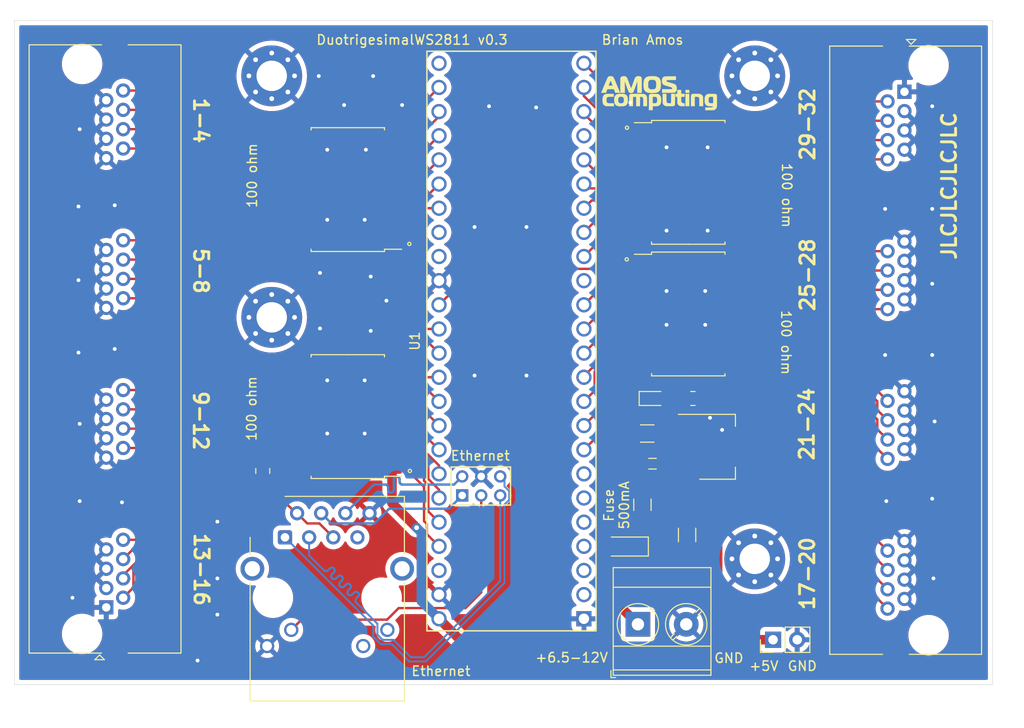
<source format=kicad_pcb>
(kicad_pcb (version 20211014) (generator pcbnew)
  (title_block (date "2022-01-08"))
  (layers (0 "F.Cu" signal) (31 "B.Cu" signal) (34 "B.Paste" user) (35 "F.Paste" user) (36 "B.SilkS" user "B.Silkscreen") (37 "F.SilkS" user "F.Silkscreen") (38 "B.Mask" user) (39 "F.Mask" user) (44 "Edge.Cuts" user))
  (net 0 "")
  (net 1 "ETH_GND")
  (net 2 "Net-(C1-Pad1)")
  (net 3 "+5V")
  (net 4 "VCC")
  (net 5 "Net-(D1-Pad1)")
  (net 6 "Net-(D2-Pad1)")
  (net 7 "Net-(F1-Pad2)")
  (net 8 "L_18")
  (net 9 "L_16")
  (net 10 "L_17")
  (net 11 "L_15")
  (net 12 "L_11")
  (net 13 "L_12")
  (net 14 "L_14")
  (net 15 "L_13")
  (net 16 "L_05")
  (net 17 "L_07")
  (net 18 "L_06")
  (net 19 "L_08")
  (net 20 "L_04")
  (net 21 "L_03")
  (net 22 "L_02")
  (net 23 "L_01")
  (net 24 "L_28")
  (net 25 "L_26")
  (net 26 "L_27")
  (net 27 "L_25")
  (net 28 "L_21")
  (net 29 "L_22")
  (net 30 "L_24")
  (net 31 "L_23")
  (net 32 "L_31")
  (net 33 "L_33")
  (net 34 "L_32")
  (net 35 "L_34")
  (net 36 "L_38")
  (net 37 "L_37")
  (net 38 "L_36")
  (net 39 "L_35")
  (net 40 "Net-(J4-Pad11)")
  (net 41 "Net-(J4-Pad12)")
  (net 42 "ETH_LED")
  (net 43 "Net-(J4-Pad7)")
  (net 44 "ETH_R-")
  (net 45 "ETH_R+")
  (net 46 "ETH_T-")
  (net 47 "ETH_T+")
  (net 48 "Net-(R2-Pad2)")
  (net 49 "Net-(R3-Pad2)")
  (net 50 "Net-(R4-Pad2)")
  (net 51 "Net-(R5-Pad2)")
  (net 52 "Net-(R6-Pad2)")
  (net 53 "Net-(R7-Pad2)")
  (net 54 "Net-(R8-Pad2)")
  (net 55 "Net-(R9-Pad2)")
  (net 56 "Net-(R10-Pad2)")
  (net 57 "Net-(R11-Pad2)")
  (net 58 "Net-(R12-Pad2)")
  (net 59 "Net-(R13-Pad2)")
  (net 60 "Net-(R14-Pad2)")
  (net 61 "Net-(R15-Pad2)")
  (net 62 "Net-(R16-Pad2)")
  (net 63 "Net-(R17-Pad2)")
  (net 64 "Net-(R18-Pad2)")
  (net 65 "Net-(R19-Pad2)")
  (net 66 "Net-(R20-Pad2)")
  (net 67 "Net-(R21-Pad2)")
  (net 68 "Net-(R22-Pad2)")
  (net 69 "Net-(R23-Pad2)")
  (net 70 "Net-(R24-Pad2)")
  (net 71 "Net-(R25-Pad2)")
  (net 72 "Net-(R26-Pad2)")
  (net 73 "Net-(R27-Pad2)")
  (net 74 "Net-(R28-Pad2)")
  (net 75 "Net-(R29-Pad2)")
  (net 76 "Net-(R30-Pad2)")
  (net 77 "Net-(R31-Pad2)")
  (net 78 "Net-(R32-Pad2)")
  (net 79 "Net-(R33-Pad2)")
  (net 80 "P_10")
  (net 81 "P_11")
  (net 82 "P_12")
  (net 83 "P_13")
  (net 84 "P_09")
  (net 85 "Net-(U1-Pad15)")
  (net 86 "P_07")
  (net 87 "Net-(U1-Pad21)")
  (net 88 "P_14")
  (net 89 "P_15")
  (net 90 "P_16")
  (net 91 "Net-(U1-Pad25)")
  (net 92 "P_17")
  (net 93 "P_18")
  (net 94 "P_19")
  (net 95 "P_20")
  (net 96 "P_21")
  (net 97 "P_22")
  (net 98 "Net-(U1-Pad32)")
  (net 99 "Net-(U1-Pad33)")
  (net 100 "P_06")
  (net 101 "P_05")
  (net 102 "P_04")
  (net 103 "P_03")
  (net 104 "P_02")
  (net 105 "P_01")
  (net 106 "Net-(U1-Pad7)")
  (net 107 "Net-(U1-Pad6)")
  (net 108 "Net-(U1-Pad5)")
  (net 109 "Net-(U1-Pad4)")
  (net 110 "Net-(U1-Pad3)")
  (net 111 "Net-(U1-Pad2)")
  (net 112 "P_08")
  (net 113 "P_23")
  (net 114 "P_24")
  (net 115 "P_25")
  (net 116 "P_26")
  (net 117 "P_27")
  (net 118 "P_28")
  (net 119 "P_29")
  (net 120 "P_30")
  (net 121 "P_31")
  (net 122 "P_32")
  (net 123 "Net-(U1-Pad46)")
  (net 124 "Net-(C3-Pad2)")
  (footprint "Capacitor_SMD:C_1206_3216Metric" (layer "F.Cu") (at 167.259 104.902 -90)
    (fp_text reference "C1")
    (fp_text value "10u")
  )
  (footprint "Capacitor_SMD:C_1206_3216Metric" (layer "F.Cu") (at 163.068 94.234 180)
    (fp_text reference "C2")
    (fp_text value "10u")
  )
  (footprint "Capacitor_SMD:C_0805_2012Metric" (layer "F.Cu") (at 122.6312 98.171 -90)
    (fp_text reference "C3")
    (fp_text value "0.1uF")
  )
  (footprint "Fuse:Fuse_1206_3216Metric_Pad1.42x1.75mm_HandSolder" (layer "F.Cu") (at 162.56 101.727 90)
    (fp_text reference "F1" hide)
    (fp_text value "500mA")
  )
  (footprint "Inductor_SMD:L_0805_2012Metric" (layer "F.Cu") (at 163.6225 97.409 180)
    (fp_text reference "FB1")
    (fp_text value "100@100MHz GZ2012D101TF")
  )
  (footprint "MountingHole:MountingHole_3.2mm_M3_Pad_Via" (layer "F.Cu") (at 174.37354 56.61914)
    (fp_text reference "H2")
    (fp_text value "3mm")
  )
  (footprint "MountingHole:MountingHole_3.2mm_M3_Pad_Via" (layer "F.Cu") (at 123.57354 82.01914)
    (fp_text reference "H3")
    (fp_text value "3mm")
  )
  (footprint "TerminalBlock_Phoenix:TerminalBlock_Phoenix_MKDS-3-2-5.08_1x02_P5.08mm_Horizontal" (layer "F.Cu") (at 162.08756 114.3)
    (fp_text reference "J3")
    (fp_text value "Screw_Terminal_01x02")
  )
  (footprint "Connector_RJ:RJ45_Cetus_J1B1211CCD_Horizontal" (layer "F.Cu") (at 124.968 105.156)
    (fp_text reference "J4")
    (fp_text value "RJ45_LED")
  )
  (footprint "Resistor_SMD:R_01005_0402Metric" (layer "F.Cu") (at 123.063 62.865)
    (fp_text reference "R17" hide)
    (fp_text value "100ohm")
  )
  (footprint "Resistor_SMD:R_01005_0402Metric" (layer "F.Cu") (at 123.0884 90.551)
    (fp_text reference "R30" hide)
    (fp_text value "100ohm")
  )
  (footprint "Resistor_SMD:R_01005_0402Metric" (layer "F.Cu") (at 123.0884 89.281)
    (fp_text reference "R31" hide)
    (fp_text value "100ohm")
  )
  (footprint "Package_SO:SOIC-20W_7.5x12.8mm_P1.27mm" (layer "F.Cu") (at 131.572 68.58 180)
    (fp_text reference "U4")
    (fp_text value "74HCT245")
  )
  (footprint "Package_SO:SOIC-20W_7.5x12.8mm_P1.27mm" (layer "F.Cu") (at 167.386 67.818)
    (fp_text reference "U5")
    (fp_text value "74HCT245")
  )
  (footprint "Package_SO:SOIC-20W_7.5x12.8mm_P1.27mm" (layer "F.Cu") (at 131.572 92.456 180)
    (fp_text reference "U6")
    (fp_text value "74HCT245")
  )
  (footprint "Package_TO_SOT_SMD:SOT-223-3_TabPin2" (layer "F.Cu") (at 170.434 95.631)
    (fp_text reference "U2")
    (fp_text value "AMS1117-5.0")
  )
  (footprint "MountingHole:MountingHole_3.2mm_M3_Pad_Via" (layer "F.Cu") (at 123.57354 56.61914)
    (fp_text reference "H1")
    (fp_text value "3mm")
  )
  (footprint "Teensy:Teensy41-withEthernet" (layer "F.Cu") (at 148.78812 84.50834 90)
    (fp_text reference "U1")
    (fp_text value "Teensy4.1")
  )
  (footprint "Diode_SMD:D_SOD-123" (layer "F.Cu") (at 160.9344 106.1212 180)
    (fp_text reference "D1")
    (fp_text value "B5819W")
  )
  (footprint "LED_SMD:LED_0603_1608Metric" (layer "F.Cu") (at 163.703 90.551)
    (fp_text reference "D2" hide)
    (fp_text value "red")
  )
  (footprint "Resistor_SMD:R_0805_2012Metric" (layer "F.Cu") (at 167.8705 90.551)
    (fp_text reference "R1")
    (fp_text value "2k2")
  )
  (footprint "Package_SO:SOIC-20W_7.5x12.8mm_P1.27mm" (layer "F.Cu") (at 167.386 81.661)
    (fp_text reference "U3")
    (fp_text value "74HCT245")
  )
  (footprint "MountingHole:MountingHole_3.2mm_M3_Pad_Via" (layer "F.Cu") (at 174.37354 107.41914)
    (fp_text reference "H4")
    (fp_text value "3mm")
  )
  (footprint "Resistor_SMD:R_01005_0402Metric" (layer "F.Cu") (at 123.063 64.135)
    (fp_text reference "R16" hide)
    (fp_text value "100ohm")
  )
  (footprint "Resistor_SMD:R_01005_0402Metric" (layer "F.Cu") (at 123.0884 88.011)
    (fp_text reference "R32" hide)
    (fp_text value "100ohm")
  )
  (footprint "Resistor_SMD:R_01005_0402Metric" (layer "F.Cu") (at 123.063 65.405)
    (fp_text reference "R15" hide)
    (fp_text value "100ohm")
  )
  (footprint "Resistor_SMD:R_01005_0402Metric" (layer "F.Cu") (at 123.063 66.675)
    (fp_text reference "R14" hide)
    (fp_text value "100ohm")
  )
  (footprint "Resistor_SMD:R_01005_0402Metric" (layer "F.Cu") (at 123.063 69.215)
    (fp_text reference "R12" hide)
    (fp_text value "100ohm")
  )
  (footprint "Resistor_SMD:R_01005_0402Metric" (layer "F.Cu") (at 123.063 70.485)
    (fp_text reference "R11" hide)
    (fp_text value "100ohm")
  )
  (footprint "Resistor_SMD:R_01005_0402Metric" (layer "F.Cu") (at 123.063 71.755)
    (fp_text reference "R10" hide)
    (fp_text value "100ohm")
  )
  (footprint "Resistor_SMD:R_01005_0402Metric" (layer "F.Cu") (at 123.0884 86.741)
    (fp_text reference "R33" hide)
    (fp_text value "100ohm")
  )
  (footprint "Resistor_SMD:R_01005_0402Metric" (layer "F.Cu") (at 123.063 95.631)
    (fp_text reference "R26" hide)
    (fp_text value "100ohm")
  )
  (footprint "Resistor_SMD:R_01005_0402Metric" (layer "F.Cu") (at 123.063 94.361)
    (fp_text reference "R27" hide)
    (fp_text value "100ohm")
  )
  (footprint "Resistor_SMD:R_01005_0402Metric" (layer "F.Cu") (at 123.063 93.091)
    (fp_text reference "R28" hide)
    (fp_text value "100ohm")
  )
  (footprint "Resistor_SMD:R_01005_0402Metric" (layer "F.Cu") (at 123.063 91.821)
    (fp_text reference "R29" hide)
    (fp_text value "100ohm")
  )
  (footprint "Resistor_SMD:R_01005_0402Metric" (layer "F.Cu") (at 175.9204 87.376 180)
    (fp_text reference "R9" hide)
    (fp_text value "100ohm")
  )
  (footprint "Resistor_SMD:R_01005_0402Metric" (layer "F.Cu") (at 175.9204 86.106 180)
    (fp_text reference "R8" hide)
    (fp_text value "100ohm")
  )
  (footprint "Resistor_SMD:R_01005_0402Metric" (layer "F.Cu") (at 175.9204 84.836 180)
    (fp_text reference "R7" hide)
    (fp_text value "100ohm")
  )
  (footprint "Resistor_SMD:R_01005_0402Metric" (layer "F.Cu") (at 175.9204 83.566 180)
    (fp_text reference "R6" hide)
    (fp_text value "100ohm")
  )
  (footprint "Resistor_SMD:R_01005_0402Metric" (layer "F.Cu") (at 175.9204 82.296 180)
    (fp_text reference "R5" hide)
    (fp_text value "100ohm")
  )
  (footprint "Resistor_SMD:R_01005_0402Metric" (layer "F.Cu") (at 175.9204 81.026 180)
    (fp_text reference "R4" hide)
    (fp_text value "100ohm")
  )
  (footprint "Resistor_SMD:R_01005_0402Metric" (layer "F.Cu") (at 175.9204 79.756 180)
    (fp_text reference "R3" hide)
    (fp_text value "100ohm")
  )
  (footprint "Controller_T41_rev0.2:RJ45_Amphenol_RJHSE508004-ND‎" (layer "F.Cu") (at 106.172 112.522 90)
    (fp_text reference "J2")
    (fp_text value "8P8C_x4")
  )
  (footprint "Controller_T41_rev0.2:RJ45_Amphenol_RJHSE508004-ND‎" (layer "F.Cu") (at 190.119 58.293 -90)
    (fp_text reference "J1")
    (fp_text value "8P8C_x4")
  )
  (footprint "Resistor_SMD:R_01005_0402Metric" (layer "F.Cu") (at 123.063 67.945)
    (fp_text reference "R13" hide)
    (fp_text value "100ohm")
  )
  (footprint "Connector_PinHeader_2.54mm:PinHeader_1x02_P2.54mm_Vertical" (layer "F.Cu") (at 176.3014 115.9256 90)
    (fp_text reference "J5" hide)
    (fp_text value "5v Conn")
  )
  (footprint "Resistor_SMD:R_01005_0402Metric" (layer "F.Cu") (at 175.895 64.643 180)
    (fp_text reference "R18" hide)
    (fp_text value "100ohm")
  )
  (footprint "Resistor_SMD:R_01005_0402Metric" (layer "F.Cu") (at 175.895 65.913 180)
    (fp_text reference "R19" hide)
    (fp_text value "100ohm")
  )
  (footprint "Resistor_SMD:R_01005_0402Metric" (layer "F.Cu") (at 175.895 67.183 180)
    (fp_text reference "R20" hide)
    (fp_text value "100ohm")
  )
  (footprint "Resistor_SMD:R_01005_0402Metric" (layer "F.Cu") (at 175.895 68.453 180)
    (fp_text reference "R21" hide)
    (fp_text value "100ohm")
  )
  (footprint "Resistor_SMD:R_01005_0402Metric" (layer "F.Cu") (at 175.895 69.723 180)
    (fp_text reference "R22" hide)
    (fp_text value "100ohm")
  )
  (footprint "Resistor_SMD:R_01005_0402Metric" (layer "F.Cu") (at 175.895 70.993 180)
    (fp_text reference "R23" hide)
    (fp_text value "100ohm")
  )
  (footprint "Resistor_SMD:R_01005_0402Metric" (layer "F.Cu") (at 175.895 72.263 180)
    (fp_text reference "R24" hide)
    (fp_text value "100ohm")
  )
  (footprint "Resistor_SMD:R_01005_0402Metric" (layer "F.Cu") (at 175.895 73.533 180)
    (fp_text reference "R25" hide)
    (fp_text value "100ohm")
  )
  (footprint "Resistor_SMD:R_01005_0402Metric" (layer "F.Cu") (at 175.9204 78.486 180)
    (fp_text reference "R2" hide)
    (fp_text value "100ohm")
  )
  (footprint "Controller_T41_rev0.2:logo" (layer "F.Cu") (at 164.3634 58.42)
    (fp_text reference "G***" hide)
    (fp_text value "LOGO" hide)
  )
  (gr_circle (center 160.909 75.9206) (end 160.9852 76.073) (layer "F.SilkS") (width 0.12) (fill none))
  (gr_circle (center 160.9344 62.0776) (end 161.0106 62.23) (layer "F.SilkS") (width 0.12) (fill none))
  (gr_circle (center 138.049 74.295) (end 138.1252 74.4474) (layer "F.SilkS") (width 0.12) (fill none))
  (gr_circle (center 138.0998 98.171) (end 138.176 98.3234) (layer "F.SilkS") (width 0.12) (fill none))
  (gr_line (start 96.52 120.65) (end 96.52 50.8) (layer "Edge.Cuts") (width 0.05))
  (gr_line (start 199.39 50.8) (end 199.39 120.65) (layer "Edge.Cuts") (width 0.05))
  (gr_line (start 96.52 50.8) (end 199.39 50.8) (layer "Edge.Cuts") (width 0.05))
  (gr_line (start 199.39 120.65) (end 96.52 120.65) (layer "Edge.Cuts") (width 0.05))
  (gr_text "100 ohm" (at 121.4628 91.6178 90) (layer "F.SilkS") (effects (font (size 1 1))))
  (gr_text "100 ohm" (at 177.7492 69.1896 270) (layer "F.SilkS") (effects (font (size 1 1))))
  (gr_text "100 ohm" (at 177.673 84.6582 270) (layer "F.SilkS") (effects (font (size 1 1))))
  (gr_text "13-16" (at 116.1796 108.5342 -90) (layer "F.SilkS") (effects (font (size 1.5 1.5) (thickness 0.3))))
  (gr_text "29-32" (at 179.9336 61.6966 90) (layer "F.SilkS") (effects (font (size 1.5 1.5) (thickness 0.3))))
  (gr_text "DuotrigesimalWS2811 v0.3             Brian Amos" (at 147.574 52.832) (layer "F.SilkS") (effects (font (size 1 1))))
  (gr_text "Ethernet" (at 141.3764 119.2276) (layer "F.SilkS") (effects (font (size 1 1))))
  (gr_text "9-12" (at 116.1034 92.8878 -90) (layer "F.SilkS") (effects (font (size 1.5 1.5) (thickness 0.3))))
  (gr_text "100 ohm" (at 121.5136 67.1068 90) (layer "F.SilkS") (effects (font (size 1 1))))
  (gr_text "17-20" (at 179.9082 108.966 90) (layer "F.SilkS") (effects (font (size 1.5 1.5) (thickness 0.3))))
  (gr_text "5-8" (at 116.1288 77.1398 -90) (layer "F.SilkS") (effects (font (size 1.5 1.5) (thickness 0.3))))
  (gr_text "Fuse\n500mA" (at 159.8422 101.7778 90) (layer "F.SilkS") (effects (font (size 1 1))))
  (gr_text "+6.5-12V" (at 155.1178 117.8052) (layer "F.SilkS") (effects (font (size 1 1))))
  (gr_text "GND" (at 171.6532 117.856) (layer "F.SilkS") (effects (font (size 1 1))))
  (gr_text "+5V" (at 175.3362 118.6942) (layer "F.SilkS") (effects (font (size 1 1))))
  (gr_text "21-24" (at 179.8574 93.2434 90) (layer "F.SilkS") (effects (font (size 1.5 1.5) (thickness 0.3))))
  (gr_text "JLCJLCJLCJLC" (at 194.818 68.199 90) (layer "F.SilkS") (effects (font (size 1.5 1.5) (thickness 0.3))))
  (gr_text "25-28" (at 179.9336 77.5462 90) (layer "F.SilkS") (effects (font (size 1.5 1.5) (thickness 0.3))))
  (gr_text "GND" (at 179.3748 118.6942) (layer "F.SilkS") (effects (font (size 1 1))))
  (gr_text "1-4" (at 116.1288 61.3156 270) (layer "F.SilkS") (effects (font (size 1.5 1.5) (thickness 0.3))))
  (via (at 188.087 85.979) (size 0.8) (drill 0.4) (layers "F.Cu" "B.Cu") (net 1))
  (via (at 150.368 72.517) (size 0.8) (drill 0.4) (layers "F.Cu" "B.Cu") (net 1))
  (via (at 103.378 62.23) (size 0.8) (drill 0.4) (layers "F.Cu" "B.Cu") (net 1))
  (via (at 193.04 70.612) (size 0.8) (drill 0.4) (layers "F.Cu" "B.Cu") (net 1))
  (via (at 193.167 109.474) (size 0.8) (drill 0.4) (layers "F.Cu" "B.Cu") (net 1))
  (via (at 134.239 56.642) (size 0.8) (drill 0.4) (layers "F.Cu" "B.Cu") (net 1))
  (via (at 128.524 56.642) (size 0.8) (drill 0.4) (layers "F.Cu" "B.Cu") (net 1))
  (via (at 129.413 88.646) (size 0.8) (drill 0.4) (layers "F.Cu" "B.Cu") (net 1))
  (via (at 193.294 92.964) (size 0.8) (drill 0.4) (layers "F.Cu" "B.Cu") (net 1))
  (via (at 170.942 93.853) (size 0.8) (drill 0.4) (layers "F.Cu" "B.Cu") (net 1))
  (via (at 169.672 92.583) (size 0.8) (drill 0.4) (layers "F.Cu" "B.Cu") (net 1))
  (via (at 146.431 59.817) (size 0.8) (drill 0.4) (layers "F.Cu" "B.Cu") (net 1))
  (via (at 131.191 59.69) (size 0.8) (drill 0.4) (layers "F.Cu" "B.Cu") (net 1))
  (via (at 165.1 79.248) (size 0.8) (drill 0.4) (layers "F.Cu" "B.Cu") (net 1))
  (via (at 128.651 83.185) (size 0.8) (drill 0.4) (layers "F.Cu" "B.Cu") (net 1))
  (via (at 193.04 59.817) (size 0.8) (drill 0.4) (layers "F.Cu" "B.Cu") (net 1))
  (via (at 133.477 64.389) (size 0.8) (drill 0.4) (layers "F.Cu" "B.Cu") (net 1))
  (via (at 117.856 113.284) (size 0.8) (drill 0.4) (layers "F.Cu" "B.Cu") (net 1))
  (via (at 128.651 77.343) (size 0.8) (drill 0.4) (layers "F.Cu" "B.Cu") (net 1))
  (via (at 103.251 78.105) (size 0.8) (drill 0.4) (layers "F.Cu" "B.Cu") (net 1))
  (via (at 169.418 72.898) (size 0.8) (drill 0.4) (layers "F.Cu" "B.Cu") (net 1))
  (via (at 161.29 59.436) (size 0.8) (drill 0.4) (layers "F.Cu" "B.Cu") (net 1))
  (via (at 133.985 83.439) (size 0.8) (drill 0.4) (layers "F.Cu" "B.Cu") (net 1))
  (via (at 107.061 70.231) (size 0.8) (drill 0.4) (layers "F.Cu" "B.Cu") (net 1))
  (via (at 193.04 85.979) (size 0.8) (drill 0.4) (layers "F.Cu" "B.Cu") (net 1))
  (via (at 107.061 85.344) (size 0.8) (drill 0.4) (layers "F.Cu" "B.Cu") (net 1))
  (via (at 129.413 71.755) (size 0.8) (drill 0.4) (layers "F.Cu" "B.Cu") (net 1))
  (via (at 144.907 88.138) (size 0.8) (drill 0.4) (layers "F.Cu" "B.Cu") (net 1))
  (via (at 107.823 101.473) (size 0.8) (drill 0.4) (layers "F.Cu" "B.Cu") (net 1))
  (via (at 117.856 109.474) (size 0.8) (drill 0.4) (layers "F.Cu" "B.Cu") (net 1))
  (via (at 133.35 94.234) (size 0.8) (drill 0.4) (layers "F.Cu" "B.Cu") (net 1))
  (via (at 169.164 82.804) (size 0.8) (drill 0.4) (layers "F.Cu" "B.Cu") (net 1))
  (via (at 103.378 93.218) (size 0.8) (drill 0.4) (layers "F.Cu" "B.Cu") (net 1))
  (via (at 137.287 59.69) (size 0.8) (drill 0.4) (layers "F.Cu" "B.Cu") (net 1))
  (via (at 151.384 59.944) (size 0.8) (drill 0.4) (layers "F.Cu" "B.Cu") (net 1))
  (via (at 193.04 78.486) (size 0.8) (drill 0.4) (layers "F.Cu" "B.Cu") (net 1))
  (via (at 169.418 64.135) (size 0.8) (drill 0.4) (layers "F.Cu" "B.Cu") (net 1))
  (via (at 103.251 85.725) (size 0.8) (drill 0.4) (layers "F.Cu" "B.Cu") (net 1))
  (via (at 144.907 72.517) (size 0.8) (drill 0.4) (layers "F.Cu" "B.Cu") (net 1))
  (via (at 133.985 77.724) (size 0.8) (drill 0.4) (layers "F.Cu" "B.Cu") (net 1))
  (via (at 150.368 88.138) (size 0.8) (drill 0.4) (layers "F.Cu" "B.Cu") (net 1))
  (via (at 135.636 80.264) (size 0.8) (drill 0.4) (layers "F.Cu" "B.Cu") (net 1))
  (via (at 193.04 101.092) (size 0.8) (drill 0.4) (layers "F.Cu" "B.Cu") (net 1))
  (via (at 188.214 101.346) (size 0.8) (drill 0.4) (layers "F.Cu" "B.Cu") (net 1))
  (via (at 133.35 88.646) (size 0.8) (drill 0.4) (layers "F.Cu" "B.Cu") (net 1))
  (via (at 165.1 82.804) (size 0.8) (drill 0.4) (layers "F.Cu" "B.Cu") (net 1))
  (via (at 115.7732 118.11) (size 0.8) (drill 0.4) (layers "F.Cu" "B.Cu") (net 1))
  (via (at 133.35 71.755) (size 0.8) (drill 0.4) (layers "F.Cu" "B.Cu") (net 1))
  (via (at 165.1 64.135) (size 0.8) (drill 0.4) (layers "F.Cu" "B.Cu") (net 1))
  (via (at 103.378 101.346) (size 0.8) (drill 0.4) (layers "F.Cu" "B.Cu") (net 1))
  (via (at 188.087 70.612) (size 0.8) (drill 0.4) (layers "F.Cu" "B.Cu") (net 1))
  (via (at 117.856 103.505) (size 0.8) (drill 0.4) (layers "F.Cu" "B.Cu") (net 1))
  (via (at 103.251 70.358) (size 0.8) (drill 0.4) (layers "F.Cu" "B.Cu") (net 1))
  (via (at 169.164 79.248) (size 0.8) (drill 0.4) (layers "F.Cu" "B.Cu") (net 1))
  (via (at 165.1 72.898) (size 0.8) (drill 0.4) (layers "F.Cu" "B.Cu") (net 1))
  (via (at 129.413 94.234) (size 0.8) (drill 0.4) (layers "F.Cu" "B.Cu") (net 1))
  (via (at 102.616 111.506) (size 0.8) (drill 0.4) (layers "F.Cu" "B.Cu") (net 1))
  (via (at 129.413 64.389) (size 0.8) (drill 0.4) (layers "F.Cu" "B.Cu") (net 1))
  (segment (start 164.685 97.409) (end 166.762 97.409) (width 1) (layer "F.Cu") (net 2))
  (segment (start 166.762 97.409) (end 167.284 97.931) (width 1) (layer "F.Cu") (net 2))
  (segment (start 167.259 97.956) (end 167.284 97.931) (width 1) (layer "F.Cu") (net 2))
  (segment (start 167.259 103.427) (end 167.259 97.956) (width 1) (layer "F.Cu") (net 2))
  (segment (start 136.222 98.171) (end 136.222 101.55099) (width 1) (layer "F.Cu") (net 3))
  (segment (start 176.3014 115.9256) (end 171.173478 115.9256) (width 1) (layer "F.Cu") (net 3))
  (segment (start 165.94 95.631) (end 167.284 95.631) (width 1) (layer "F.Cu") (net 3))
  (segment (start 166.878 75.946) (end 166.878 62.23) (width 1) (layer "F.Cu") (net 3))
  (segment (start 170.473539 115.225661) (end 170.473539 98.741461) (width 1) (layer "F.Cu") (net 3))
  (segment (start 173.584 93.131) (end 166.878 86.425) (width 1) (layer "F.Cu") (net 3))
  (segment (start 173.584 95.631) (end 173.584 93.131) (width 1) (layer "F.Cu") (net 3))
  (segment (start 164.543 90.6035) (end 164.4905 90.551) (width 0.25) (layer "F.Cu") (net 3))
  (segment (start 162.736 75.946) (end 166.878 75.946) (width 0.6) (layer "F.Cu") (net 3))
  (segment (start 168.0718 117.6274) (end 170.473539 115.225661) (width 1) (layer "F.Cu") (net 3))
  (segment (start 171.173478 115.9256) (end 170.473539 115.225661) (width 1) (layer "F.Cu") (net 3))
  (segment (start 167.005 62.103) (end 172.036 62.103) (width 0.6) (layer "F.Cu") (net 3))
  (segment (start 141.16812 113.71834) (end 143.749781 116.300001) (width 1) (layer "F.Cu") (net 3))
  (segment (start 167.284 95.631) (end 173.584 95.631) (width 1) (layer "F.Cu") (net 3))
  (segment (start 164.543 90.5805) (end 164.5135 90.551) (width 1) (layer "F.Cu") (net 3))
  (segment (start 136.222 101.55099) (end 138.81101 104.14) (width 1) (layer "F.Cu") (net 3))
  (segment (start 166.878 86.425) (end 166.878 75.946) (width 1) (layer "F.Cu") (net 3))
  (segment (start 166.878 75.946) (end 172.036 75.946) (width 0.6) (layer "F.Cu") (net 3))
  (segment (start 145.1102 117.6274) (end 168.0718 117.6274) (width 1) (layer "F.Cu") (net 3))
  (segment (start 164.543 94.234) (end 165.94 95.631) (width 1) (layer "F.Cu") (net 3))
  (segment (start 164.543 94.234) (end 164.543 90.6035) (width 0.25) (layer "F.Cu") (net 3))
  (segment (start 143.782801 116.300001) (end 145.1102 117.6274) (width 1) (layer "F.Cu") (net 3))
  (segment (start 131.318 74.295) (end 131.318 98.171) (width 1) (layer "F.Cu") (net 3))
  (segment (start 126.922 74.295) (end 131.318 74.295) (width 1) (layer "F.Cu") (net 3))
  (segment (start 162.736 62.103) (end 167.005 62.103) (width 0.6) (layer "F.Cu") (net 3))
  (segment (start 170.473539 98.741461) (end 173.584 95.631) (width 1) (layer "F.Cu") (net 3))
  (segment (start 143.749781 116.300001) (end 143.782801 116.300001) (width 1) (layer "F.Cu") (net 3))
  (segment (start 166.878 62.23) (end 167.005 62.103) (width 0.6) (layer "F.Cu") (net 3))
  (segment (start 131.318 98.171) (end 136.222 98.171) (width 1) (layer "F.Cu") (net 3))
  (segment (start 131.318 74.295) (end 136.222 74.295) (width 1) (layer "F.Cu") (net 3))
  (segment (start 126.922 98.171) (end 131.318 98.171) (width 1) (layer "F.Cu") (net 3))
  (via (at 138.81101 104.14) (size 1) (drill 0.5) (layers "F.Cu" "B.Cu") (net 3))
  (segment (start 139.310989 111.861209) (end 139.310989 104.639979) (width 1) (layer "B.Cu") (net 3))
  (segment (start 141.16812 113.71834) (end 139.310989 111.861209) (width 1) (layer "B.Cu") (net 3))
  (segment (start 139.310989 104.639979) (end 138.81101 104.14) (width 1) (layer "B.Cu") (net 3))
  (segment (start 159.2844 106.1212) (end 159.2844 111.49684) (width 1) (layer "F.Cu") (net 4))
  (segment (start 159.2844 111.49684) (end 162.08756 114.3) (width 1) (layer "F.Cu") (net 4))
  (segment (start 162.5844 103.2389) (end 162.56 103.2145) (width 1) (layer "F.Cu") (net 5))
  (segment (start 162.5844 106.1212) (end 162.5844 103.2389) (width 1) (layer "F.Cu") (net 5))
  (segment (start 164.0355 89.154) (end 165.561 89.154) (width 0.25) (layer "F.Cu") (net 6))
  (segment (start 165.561 89.154) (end 166.958 90.551) (width 0.25) (layer "F.Cu") (net 6))
  (segment (start 162.6385 90.551) (end 164.0355 89.154) (width 0.25) (layer "F.Cu") (net 6))
  (segment (start 162.56 100.2395) (end 162.56 97.409) (width 1) (layer "F.Cu") (net 7))
  (segment (start 188.339 81.155) (end 183.767 81.155) (width 0.25) (layer "F.Cu") (net 8))
  (segment (start 183.767 81.155) (end 176.17001 73.55801) (width 0.25) (layer "F.Cu") (net 8))
  (segment (start 182.243 77.091) (end 176.17001 71.01801) (width 0.25) (layer "F.Cu") (net 9))
  (segment (start 188.339 77.091) (end 182.243 77.091) (width 0.25) (layer "F.Cu") (net 9))
  (segment (start 188.339 79.123) (end 183.005 79.123) (width 0.25) (layer "F.Cu") (net 10))
  (segment (start 183.005 79.123) (end 176.17001 72.28801) (width 0.25) (layer "F.Cu") (net 10))
  (segment (start 181.481 75.059) (end 176.17001 69.74801) (width 0.25) (layer "F.Cu") (net 11))
  (segment (start 188.339 75.059) (end 181.481 75.059) (width 0.25) (layer "F.Cu") (net 11))
  (segment (start 188.339 59.309) (end 181.479 59.309) (width 0.25) (layer "F.Cu") (net 12))
  (segment (start 181.479 59.309) (end 176.17001 64.61799) (width 0.25) (layer "F.Cu") (net 12))
  (segment (start 188.339 61.341) (end 180.717 61.341) (width 0.25) (layer "F.Cu") (net 13))
  (segment (start 180.717 61.341) (end 176.17001 65.88799) (width 0.25) (layer "F.Cu") (net 13))
  (segment (start 179.193 65.405) (end 176.17001 68.42799) (width 0.25) (layer "F.Cu") (net 14))
  (segment (start 188.339 65.405) (end 179.193 65.405) (width 0.25) (layer "F.Cu") (net 14))
  (segment (start 179.955 63.373) (end 176.17001 67.15799) (width 0.25) (layer "F.Cu") (net 15))
  (segment (start 188.339 63.373) (end 179.955 63.373) (width 0.25) (layer "F.Cu") (net 15))
  (segment (start 186.363979 93.759579) (end 176.19541 83.59101) (width 0.25) (layer "F.Cu") (net 16))
  (segment (start 188.339 106.555) (end 186.363979 104.579979) (width 0.25) (layer "F.Cu") (net 16))
  (segment (start 186.363979 104.579979) (end 186.363979 93.759579) (width 0.25) (layer "F.Cu") (net 16))
  (segment (start 185.463958 107.743958) (end 185.463958 95.399558) (width 0.25) (layer "F.Cu") (net 17))
  (segment (start 185.463958 95.399558) (end 176.19541 86.13101) (width 0.25) (layer "F.Cu") (net 17))
  (segment (start 188.339 110.619) (end 185.463958 107.743958) (width 0.25) (layer "F.Cu") (net 17))
  (segment (start 185.913967 106.161967) (end 185.913967 94.579567) (width 0.25) (layer "F.Cu") (net 18))
  (segment (start 185.913967 94.579567) (end 176.19541 84.86101) (width 0.25) (layer "F.Cu") (net 18))
  (segment (start 188.339 108.587) (end 185.913967 106.161967) (width 0.25) (layer "F.Cu") (net 18))
  (segment (start 188.339 112.651) (end 184.8104 109.1224) (width 0.25) (layer "F.Cu") (net 19))
  (segment (start 184.8104 109.1224) (end 184.8104 96.016) (width 0.25) (layer "F.Cu") (net 19))
  (segment (start 184.8104 96.016) (end 176.19541 87.40101) (width 0.25) (layer "F.Cu") (net 19))
  (segment (start 188.339 112.210002) (end 188.339 112.651) (width 0.25) (layer "F.Cu") (net 19))
  (segment (start 186.813988 92.939588) (end 176.19541 82.32101) (width 0.25) (layer "F.Cu") (net 20))
  (segment (start 186.813988 95.377988) (end 186.813988 92.939588) (width 0.25) (layer "F.Cu") (net 20))
  (segment (start 188.339 96.903) (end 186.813988 95.377988) (width 0.25) (layer "F.Cu") (net 20))
  (segment (start 187.8905 96.4545) (end 188.339 96.903) (width 0.25) (layer "F.Cu") (net 20))
  (segment (start 187.263999 92.753188) (end 186.813988 92.303178) (width 0.25) (layer "F.Cu") (net 21))
  (segment (start 186.813988 92.303178) (end 186.813988 91.669588) (width 0.25) (layer "F.Cu") (net 21))
  (segment (start 186.813988 91.669588) (end 176.19541 81.05101) (width 0.25) (layer "F.Cu") (net 21))
  (segment (start 187.263999 93.795999) (end 187.263999 92.753188) (width 0.25) (layer "F.Cu") (net 21))
  (segment (start 188.339 94.871) (end 187.263999 93.795999) (width 0.25) (layer "F.Cu") (net 21))
  (segment (start 187.263999 91.763999) (end 187.263999 90.849599) (width 0.25) (layer "F.Cu") (net 22))
  (segment (start 188.339 92.839) (end 187.263999 91.763999) (width 0.25) (layer "F.Cu") (net 22))
  (segment (start 187.263999 90.849599) (end 176.19541 79.78101) (width 0.25) (layer "F.Cu") (net 22))
  (segment (start 188.0275 92.839) (end 188.339 92.839) (width 0.25) (layer "F.Cu") (net 22))
  (segment (start 188.339 90.6105) (end 188.339 90.807) (width 0.25) (layer "F.Cu") (net 23))
  (segment (start 188.339 90.807) (end 176.19541 78.66341) (width 0.25) (layer "F.Cu") (net 23))
  (segment (start 176.19541 78.66341) (end 176.19541 78.51101) (width 0.25) (layer "F.Cu") (net 23))
  (segment (start 107.952 58.164) (end 118.112 58.164) (width 0.25) (layer "F.Cu") (net 24))
  (segment (start 118.112 58.164) (end 122.78799 62.83999) (width 0.25) (layer "F.Cu") (net 24))
  (segment (start 119.636 62.228) (end 122.78799 65.37999) (width 0.25) (layer "F.Cu") (net 25))
  (segment (start 107.952 62.228) (end 119.636 62.228) (width 0.25) (layer "F.Cu") (net 25))
  (segment (start 118.874 60.196) (end 122.78799 64.10999) (width 0.25) (layer "F.Cu") (net 26))
  (segment (start 107.952 60.196) (end 118.874 60.196) (width 0.25) (layer "F.Cu") (net 26))
  (segment (start 120.398 64.26) (end 122.78799 66.64999) (width 0.25) (layer "F.Cu") (net 27))
  (segment (start 107.952 64.26) (end 120.398 64.26) (width 0.25) (layer "F.Cu") (net 27))
  (segment (start 107.952 80.008) (end 114.56 80.008) (width 0.25) (layer "F.Cu") (net 28))
  (segment (start 114.56 80.008) (end 122.78799 71.78001) (width 0.25) (layer "F.Cu") (net 28))
  (segment (start 107.952 77.976) (end 115.322 77.976) (width 0.25) (layer "F.Cu") (net 29))
  (segment (start 115.322 77.976) (end 122.78799 70.51001) (width 0.25) (layer "F.Cu") (net 29))
  (segment (start 116.846 73.912) (end 122.78799 67.97001) (width 0.25) (layer "F.Cu") (net 30))
  (segment (start 107.952 73.912) (end 116.846 73.912) (width 0.25) (layer "F.Cu") (net 30))
  (segment (start 107.952 75.944) (end 116.084 75.944) (width 0.25) (layer "F.Cu") (net 31))
  (segment (start 116.084 75.944) (end 122.78799 69.24001) (width 0.25) (layer "F.Cu") (net 31))
  (segment (start 122.0978 95.631) (end 122.78799 95.631) (width 0.25) (layer "F.Cu") (net 32))
  (segment (start 107.952 111.506) (end 109.027001 110.430999) (width 0.25) (layer "F.Cu") (net 32))
  (segment (start 109.027001 110.430999) (end 109.027001 108.701799) (width 0.25) (layer "F.Cu") (net 32))
  (segment (start 109.027001 108.701799) (end 122.0978 95.631) (width 0.25) (layer "F.Cu") (net 32))
  (segment (start 107.952 107.442) (end 122.27799 93.11601) (width 0.25) (layer "F.Cu") (net 33))
  (segment (start 122.27799 93.11601) (end 122.78799 93.11601) (width 0.25) (layer "F.Cu") (net 33))
  (segment (start 107.952 109.474) (end 107.952 109.14039) (width 0.25) (layer "F.Cu") (net 34))
  (segment (start 122.70638 94.38601) (end 122.78799 94.38601) (width 0.25) (layer "F.Cu") (net 34))
  (segment (start 107.952 109.14039) (end 122.70638 94.38601) (width 0.25) (layer "F.Cu") (net 34))
  (segment (start 107.952 105.41) (end 107.952 105.408) (width 0.25) (layer "F.Cu") (net 35))
  (segment (start 107.952 105.41) (end 109.224 105.41) (width 0.25) (layer "F.Cu") (net 35))
  (segment (start 109.224 105.41) (end 122.78799 91.84601) (width 0.25) (layer "F.Cu") (net 35))
  (segment (start 119.9194 89.66) (end 122.81339 86.76601) (width 0.25) (layer "F.Cu") (net 36))
  (segment (start 107.952 89.66) (end 119.9194 89.66) (width 0.25) (layer "F.Cu") (net 36))
  (segment (start 119.1574 91.692) (end 122.81339 88.03601) (width 0.25) (layer "F.Cu") (net 37))
  (segment (start 107.952 91.692) (end 119.1574 91.692) (width 0.25) (layer "F.Cu") (net 37))
  (segment (start 118.3954 93.724) (end 122.81339 89.30601) (width 0.25) (layer "F.Cu") (net 38))
  (segment (start 107.952 93.724) (end 118.3954 93.724) (width 0.25) (layer "F.Cu") (net 38))
  (segment (start 117.6334 95.756) (end 122.81339 90.57601) (width 0.25) (layer "F.Cu") (net 39))
  (segment (start 107.952 95.756) (end 117.6334 95.756) (width 0.25) (layer "F.Cu") (net 39))
  (segment (start 135.709003 113.810999) (end 126.703001 113.810999) (width 0.25) (layer "F.Cu") (net 42))
  (segment (start 145.60652 110.944942) (end 143.958123 112.593339) (width 0.25) (layer "F.Cu") (net 42))
  (segment (start 145.60652 100.74834) (end 145.60652 110.944942) (width 0.25) (layer "F.Cu") (net 42))
  (segment (start 143.958123 112.593339) (end 136.926663 112.593339) (width 0.25) (layer "F.Cu") (net 42))
  (segment (start 136.926663 112.593339) (end 135.709003 113.810999) (width 0.25) (layer "F.Cu") (net 42))
  (segment (start 126.703001 113.810999) (end 125.628 114.886) (width 0.25) (layer "F.Cu") (net 42))
  (segment (start 136.487791 98.871052) (end 136.45205 98.927933) (width 0.25) (layer "B.Cu") (net 44))
  (segment (start 136.392631 100.278749) (end 136.35689 100.33563) (width 0.25) (layer "B.Cu") (net 44))
  (segment (start 143.60652 98.74834) (end 142.751519 99.603341) (width 0.25) (layer "B.Cu") (net 44))
  (segment (start 135.792631 99.773176) (end 135.75689 99.716295) (width 0.25) (layer "B.Cu") (net 44))
  (segment (start 136.789097 98.76562) (end 136.722341 98.758099) (width 0.25) (layer "B.Cu") (net 44))
  (segment (start 135.887791 100.33563) (end 135.85205 100.278749) (width 0.25) (layer "B.Cu") (net 44))
  (segment (start 135.822341 99.903341) (end 135.814819 99.836585) (width 0.25) (layer "B.Cu") (net 44))
  (segment (start 136.95689 98.871052) (end 136.909387 98.823549) (width 0.25) (layer "B.Cu") (net 44))
  (segment (start 135.829862 100.21534) (end 135.822341 100.148583) (width 0.25) (layer "B.Cu") (net 44))
  (segment (start 137.022341 99.303341) (end 137.022341 99.058099) (width 0.25) (layer "B.Cu") (net 44))
  (segment (start 137.322341 99.603341) (end 137.255584 99.595819) (width 0.25) (layer "B.Cu") (net 44))
  (segment (start 136.722341 98.758099) (end 136.655584 98.76562) (width 0.25) (layer "B.Cu") (net 44))
  (segment (start 136.535294 98.823549) (end 136.487791 98.871052) (width 0.25) (layer "B.Cu") (net 44))
  (segment (start 135.75689 99.716295) (end 135.709387 99.668792) (width 0.25) (layer "B.Cu") (net 44))
  (segment (start 135.652506 99.633051) (end 135.589097 99.610863) (width 0.25) (layer "B.Cu") (net 44))
  (segment (start 136.45205 98.927933) (end 136.429862 98.991342) (width 0.25) (layer "B.Cu") (net 44))
  (segment (start 136.992631 98.927933) (end 136.95689 98.871052) (width 0.25) (layer "B.Cu") (net 44))
  (segment (start 137.087791 99.490387) (end 137.05205 99.433506) (width 0.25) (layer "B.Cu") (net 44))
  (segment (start 136.422341 100.148583) (end 136.414819 100.21534) (width 0.25) (layer "B.Cu") (net 44))
  (segment (start 136.909387 98.823549) (end 136.852506 98.787808) (width 0.25) (layer "B.Cu") (net 44))
  (segment (start 136.252506 100.418874) (end 136.189097 100.441062) (width 0.25) (layer "B.Cu") (net 44))
  (segment (start 136.429862 98.991342) (end 136.422341 99.058099) (width 0.25) (layer "B.Cu") (net 44))
  (segment (start 135.992175 100.418874) (end 135.935294 100.383133) (width 0.25) (layer "B.Cu") (net 44))
  (segment (start 136.414819 100.21534) (end 136.392631 100.278749) (width 0.25) (layer "B.Cu") (net 44))
  (segment (start 135.589097 99.610863) (end 135.522341 99.603341) (width 0.25) (layer "B.Cu") (net 44))
  (segment (start 137.05205 99.433506) (end 137.029862 99.370097) (width 0.25) (layer "B.Cu") (net 44))
  (segment (start 136.422341 99.058099) (end 136.422341 100.148583) (width 0.25) (layer "B.Cu") (net 44))
  (segment (start 136.35689 100.33563) (end 136.309387 100.383133) (width 0.25) (layer "B.Cu") (net 44))
  (segment (start 137.135294 99.53789) (end 137.087791 99.490387) (width 0.25) (layer "B.Cu") (net 44))
  (segment (start 137.029862 99.370097) (end 137.022341 99.303341) (width 0.25) (layer "B.Cu") (net 44))
  (segment (start 142.751519 99.603341) (end 137.322341 99.603341) (width 0.25) (layer "B.Cu") (net 44))
  (segment (start 137.255584 99.595819) (end 137.192175 99.573631) (width 0.25) (layer "B.Cu") (net 44))
  (segment (start 136.055584 100.441062) (end 135.992175 100.418874) (width 0.25) (layer "B.Cu") (net 44))
  (segment (start 137.022341 99.058099) (end 137.014819 98.991342) (width 0.25) (layer "B.Cu") (net 44))
  (segment (start 137.014819 98.991342) (end 136.992631 98.927933) (width 0.25) (layer "B.Cu") (net 44))
  (segment (start 135.85205 100.278749) (end 135.829862 100.21534) (width 0.25) (layer "B.Cu") (net 44))
  (segment (start 135.522341 99.603341) (end 134.330659 99.603341) (width 0.25) (layer "B.Cu") (net 44))
  (segment (start 136.189097 100.441062) (end 136.122341 100.448583) (width 0.25) (layer "B.Cu") (net 44))
  (segment (start 135.814819 99.836585) (end 135.792631 99.773176) (width 0.25) (layer "B.Cu") (net 44))
  (segment (start 136.655584 98.76562) (end 136.592175 98.787808) (width 0.25) (layer "B.Cu") (net 44))
  (segment (start 136.122341 100.448583) (end 136.055584 100.441062) (width 0.25) (layer "B.Cu") (net 44))
  (segment (start 135.935294 100.383133) (end 135.887791 100.33563) (width 0.25) (layer "B.Cu") (net 44))
  (segment (start 135.709387 99.668792) (end 135.652506 99.633051) (width 0.25) (layer "B.Cu") (net 44))
  (segment (start 136.852506 98.787808) (end 136.789097 98.76562) (width 0.25) (layer "B.Cu") (net 44))
  (segment (start 136.309387 100.383133) (end 136.252506 100.418874) (width 0.25) (layer "B.Cu") (net 44))
  (segment (start 134.330659 99.603341) (end 131.318 102.616) (width 0.25) (layer "B.Cu") (net 44))
  (segment (start 137.192175 99.573631) (end 137.135294 99.53789) (width 0.25) (layer "B.Cu") (net 44))
  (segment (start 135.822341 100.148583) (end 135.822341 99.903341) (width 0.25) (layer "B.Cu") (net 44))
  (segment (start 136.592175 98.787808) (end 136.535294 98.823549) (width 0.25) (layer "B.Cu") (net 44))
  (segment (start 142.211519 102.143341) (end 143.60652 100.74834) (width 0.25) (layer "B.Cu") (net 45))
  (segment (start 135.921661 102.143341) (end 142.211519 102.143341) (width 0.25) (layer "B.Cu") (net 45))
  (segment (start 128.778 102.616) (end 129.853001 103.691001) (width 0.25) (layer "B.Cu") (net 45))
  (segment (start 134.374001 103.691001) (end 135.921661 102.143341) (width 0.25) (layer "B.Cu") (net 45))
  (segment (start 129.228 103.066) (end 128.778 102.616) (width 0.2) (layer "B.Cu") (net 45))
  (segment (start 129.853001 103.691001) (end 134.374001 103.691001) (width 0.25) (layer "B.Cu") (net 45))
  (segment (start 132.419813 111.960779) (end 132.390666 111.900253) (width 0.2) (layer "B.Cu") (net 46))
  (segment (start 132.546027 110.896362) (end 132.480533 110.881413) (width 0.2) (layer "B.Cu") (net 46))
  (segment (start 130.00044 108.350775) (end 129.934946 108.335826) (width 0.2) (layer "B.Cu") (net 46))
  (segment (start 134.687999 114.239602) (end 132.461699 112.013302) (width 0.2) (layer "B.Cu") (net 46))
  (segment (start 131.542137 111.051724) (end 131.527188 110.98623) (width 0.2) (layer "B.Cu") (net 46))
  (segment (start 138.206397 117.758) (end 136.384398 115.936001) (width 0.2) (layer "B.Cu") (net 46))
  (segment (start 131.571284 111.11225) (end 131.542137 111.051724) (width 0.2) (layer "B.Cu") (net 46))
  (segment (start 131.88158 110.430082) (end 131.896529 110.364587) (width 0.2) (layer "B.Cu") (net 46))
  (segment (start 129.439324 108.66107) (end 129.378798 108.690218) (width 0.2) (layer "B.Cu") (net 46))
  (segment (start 130.693608 110.203195) (end 130.678659 110.137701) (width 0.2) (layer "B.Cu") (net 46))
  (segment (start 132.659076 111.391659) (end 132.700961 111.339137) (width 0.2) (layer "B.Cu") (net 46))
  (segment (start 131.075856 110.387276) (end 131.010361 110.402225) (width 0.2) (layer "B.Cu") (net 46))
  (segment (start 130.693608 110.005028) (end 130.722755 109.944502) (width 0.2) (layer "B.Cu") (net 46))
  (segment (start 130.877688 110.387276) (end 130.817162 110.358128) (width 0.2) (layer "B.Cu") (net 46))
  (segment (start 129.246125 108.705167) (end 129.18063 108.690218) (width 0.2) (layer "B.Cu") (net 46))
  (segment (start 129.916112 109.467715) (end 129.874226 109.415192) (width 0.2) (layer "B.Cu") (net 46))
  (segment (start 130.909495 109.228451) (end 130.848969 109.199304) (width 0.2) (layer "B.Cu") (net 46))
  (segment (start 132.700961 111.339137) (end 132.730109 111.278611) (width 0.2) (layer "B.Cu") (net 46))
  (segment (start 131.003903 109.642079) (end 131.033051 109.581553) (width 0.2) (layer "B.Cu") (net 46))
  (segment (start 130.716296 109.184355) (end 130.650802 109.199304) (width 0.2) (layer "B.Cu") (net 46))
  (segment (start 130.678659 110.137701) (end 130.678659 110.070522) (width 0.2) (layer "B.Cu") (net 46))
  (segment (start 129.120104 108.66107) (end 129.067583 108.619186) (width 0.2) (layer "B.Cu") (net 46))
  (segment (start 129.916112 109.04345) (end 130.113489 108.846072) (width 0.2) (layer "B.Cu") (net 46))
  (segment (start 132.234811 110.967395) (end 132.037433 111.164772) (width 0.2) (layer "B.Cu") (net 46))
  (segment (start 135.233999 115.936001) (end 134.687999 115.390001) (width 0.2) (layer "B.Cu") (net 46))
  (segment (start 130.848969 109.199304) (end 130.783475 109.184355) (width 0.2) (layer "B.Cu") (net 46))
  (segment (start 131.527188 110.919051) (end 131.542137 110.853557) (width 0.2) (layer "B.Cu") (net 46))
  (segment (start 132.730109 111.278611) (end 132.745058 111.213116) (width 0.2) (layer "B.Cu") (net 46))
  (segment (start 132.413354 110.881413) (end 132.34786 110.896362) (width 0.2) (layer "B.Cu") (net 46))
  (segment (start 130.113489 108.846072) (end 130.155374 108.79355) (width 0.2) (layer "B.Cu") (net 46))
  (segment (start 130.227327 109.538747) (end 130.161832 109.553696) (width 0.2) (layer "B.Cu") (net 46))
  (segment (start 131.527188 110.98623) (end 131.527188 110.919051) (width 0.2) (layer "B.Cu") (net 46))
  (segment (start 131.697498 110.047833) (end 131.632004 110.032884) (width 0.2) (layer "B.Cu") (net 46))
  (segment (start 131.61317 110.740508) (end 131.810547 110.54313) (width 0.2) (layer "B.Cu") (net 46))
  (segment (start 131.88158 110.231914) (end 131.852432 110.171388) (width 0.2) (layer "B.Cu") (net 46))
  (segment (start 130.590276 109.228451) (end 130.537753 109.270337) (width 0.2) (layer "B.Cu") (net 46))
  (segment (start 132.745058 111.145938) (end 132.730109 111.080443) (width 0.2) (layer "B.Cu") (net 46))
  (segment (start 131.048 109.516058) (end 131.048 109.44888) (width 0.2) (layer "B.Cu") (net 46))
  (segment (start 131.896529 110.364587) (end 131.896529 110.297409) (width 0.2) (layer "B.Cu") (net 46))
  (segment (start 130.113489 108.421808) (end 130.060966 108.379922) (width 0.2) (layer "B.Cu") (net 46))
  (segment (start 130.678659 110.070522) (end 130.693608 110.005028) (width 0.2) (layer "B.Cu") (net 46))
  (segment (start 132.375717 111.76758) (end 132.390666 111.702086) (width 0.2) (layer "B.Cu") (net 46))
  (segment (start 132.730109 111.080443) (end 132.700961 111.019917) (width 0.2) (layer "B.Cu") (net 46))
  (segment (start 130.764641 110.316244) (end 130.722755 110.263721) (width 0.2) (layer "B.Cu") (net 46))
  (segment (start 130.722755 110.263721) (end 130.693608 110.203195) (width 0.2) (layer "B.Cu") (net 46))
  (segment (start 131.386282 110.118866) (end 131.188904 110.316243) (width 0.2) (layer "B.Cu") (net 46))
  (segment (start 130.340375 109.467714) (end 130.287853 109.509599) (width 0.2) (layer "B.Cu") (net 46))
  (segment (start 130.943183 110.402225) (end 130.877688 110.387276) (width 0.2) (layer "B.Cu") (net 46))
  (segment (start 132.34786 110.896362) (end 132.287334 110.925509) (width 0.2) (layer "B.Cu") (net 46))
  (segment (start 131.499331 110.047833) (end 131.438805 110.07698) (width 0.2) (layer "B.Cu") (net 46))
  (segment (start 131.810547 110.54313) (end 131.852432 110.490608) (width 0.2) (layer "B.Cu") (net 46))
  (segment (start 131.61317 111.164773) (end 131.571284 111.11225) (width 0.2) (layer "B.Cu") (net 46))
  (segment (start 147.60652 100.74834) (end 147.60652 109.75828) (width 0.2) (layer "B.Cu") (net 46))
  (segment (start 132.390666 111.702086) (end 132.419813 111.64156) (width 0.2) (layer "B.Cu") (net 46))
  (segment (start 134.687999 115.390001) (end 134.687999 114.239602) (width 0.2) (layer "B.Cu") (net 46))
  (segment (start 131.85889 111.250754) (end 131.791712 111.250754) (width 0.2) (layer "B.Cu") (net 46))
  (segment (start 132.461699 111.589037) (end 132.659076 111.391659) (width 0.2) (layer "B.Cu") (net 46))
  (segment (start 131.010361 110.402225) (end 130.943183 110.402225) (width 0.2) (layer "B.Cu") (net 46))
  (segment (start 131.048 109.44888) (end 131.033051 109.383385) (width 0.2) (layer "B.Cu") (net 46))
  (segment (start 131.571284 110.793031) (end 131.61317 110.740508) (width 0.2) (layer "B.Cu") (net 46))
  (segment (start 131.564825 110.032884) (end 131.499331 110.047833) (width 0.2) (layer "B.Cu") (net 46))
  (segment (start 129.18063 108.690218) (end 129.120104 108.66107) (width 0.2) (layer "B.Cu") (net 46))
  (segment (start 131.136382 110.358128) (end 131.075856 110.387276) (width 0.2) (layer "B.Cu") (net 46))
  (segment (start 129.067583 108.619186) (end 127.508 107.059603) (width 0.2) (layer "B.Cu") (net 46))
  (segment (start 130.962018 109.694601) (end 131.003903 109.642079) (width 0.2) (layer "B.Cu") (net 46))
  (segment (start 131.984911 111.206657) (end 131.924385 111.235805) (width 0.2) (layer "B.Cu") (net 46))
  (segment (start 130.537753 109.270337) (end 130.340375 109.467714) (width 0.2) (layer "B.Cu") (net 46))
  (segment (start 129.845079 109.354666) (end 129.83013 109.289172) (width 0.2) (layer "B.Cu") (net 46))
  (segment (start 131.852432 110.171388) (end 131.810547 110.118866) (width 0.2) (layer "B.Cu") (net 46))
  (segment (start 130.184522 108.534856) (end 130.155374 108.47433) (width 0.2) (layer "B.Cu") (net 46))
  (segment (start 129.867767 108.335826) (end 129.802273 108.350775) (width 0.2) (layer "B.Cu") (net 46))
  (segment (start 127.508 107.059603) (end 127.508 105.156) (width 0.2) (layer "B.Cu") (net 46))
  (segment (start 139.6068 117.758) (end 138.206397 117.758) (width 0.2) (layer "B.Cu") (net 46))
  (segment (start 147.60652 109.75828) (end 139.6068 117.758) (width 0.2) (layer "B.Cu") (net 46))
  (segment (start 131.438805 110.07698) (end 131.386282 110.118866) (width 0.2) (layer "B.Cu") (net 46))
  (segment (start 131.726217 111.235805) (end 131.665691 111.206657) (width 0.2) (layer "B.Cu") (net 46))
  (segment (start 131.003903 109.322859) (end 130.962018 109.270337) (width 0.2) (layer "B.Cu") (net 46))
  (segment (start 131.758024 110.07698) (end 131.697498 110.047833) (width 0.2) (layer "B.Cu") (net 46))
  (segment (start 130.161832 109.553696) (end 130.094654 109.553696) (width 0.2) (layer "B.Cu") (net 46))
  (segment (start 132.287334 110.925509) (end 132.234811 110.967395) (width 0.2) (layer "B.Cu") (net 46))
  (segment (start 130.764641 109.891979) (end 130.962018 109.694601) (width 0.2) (layer "B.Cu") (net 46))
  (segment (start 132.461699 112.013302) (end 132.419813 111.960779) (width 0.2) (layer "B.Cu") (net 46))
  (segment (start 130.184522 108.733024) (end 130.199471 108.667529) (width 0.2) (layer "B.Cu") (net 46))
  (segment (start 131.896529 110.297409) (end 131.88158 110.231914) (width 0.2) (layer "B.Cu") (net 46))
  (segment (start 136.384398 115.936001) (end 135.233999 115.936001) (width 0.2) (layer "B.Cu") (net 46))
  (segment (start 131.810547 110.118866) (end 131.758024 110.07698) (width 0.2) (layer "B.Cu") (net 46))
  (segment (start 131.924385 111.235805) (end 131.85889 111.250754) (width 0.2) (layer "B.Cu") (net 46))
  (segment (start 129.934946 108.335826) (end 129.867767 108.335826) (width 0.2) (layer "B.Cu") (net 46))
  (segment (start 131.542137 110.853557) (end 131.571284 110.793031) (width 0.2) (layer "B.Cu") (net 46))
  (segment (start 131.033051 109.581553) (end 131.048 109.516058) (width 0.2) (layer "B.Cu") (net 46))
  (segment (start 131.188904 110.316243) (end 131.136382 110.358128) (width 0.2) (layer "B.Cu") (net 46))
  (segment (start 129.491846 108.619185) (end 129.439324 108.66107) (width 0.2) (layer "B.Cu") (net 46))
  (segment (start 130.094654 109.553696) (end 130.029159 109.538747) (width 0.2) (layer "B.Cu") (net 46))
  (segment (start 132.700961 111.019917) (end 132.659076 110.967395) (width 0.2) (layer "B.Cu") (net 46))
  (segment (start 129.83013 109.289172) (end 129.83013 109.221993) (width 0.2) (layer "B.Cu") (net 46))
  (segment (start 132.037433 111.164772) (end 131.984911 111.206657) (width 0.2) (layer "B.Cu") (net 46))
  (segment (start 129.874226 109.415192) (end 129.845079 109.354666) (width 0.2) (layer "B.Cu") (net 46))
  (segment (start 129.313303 108.705167) (end 129.246125 108.705167) (width 0.2) (layer "B.Cu") (net 46))
  (segment (start 132.745058 111.213116) (end 132.745058 111.145938) (width 0.2) (layer "B.Cu") (net 46))
  (segment (start 129.378798 108.690218) (end 129.313303 108.705167) (width 0.2) (layer "B.Cu") (net 46))
  (segment (start 130.287853 109.509599) (end 130.227327 109.538747) (width 0.2) (layer "B.Cu") (net 46))
  (segment (start 131.033051 109.383385) (end 131.003903 109.322859) (width 0.2) (layer "B.Cu") (net 46))
  (segment (start 129.968633 109.509599) (end 129.916112 109.467715) (width 0.2) (layer "B.Cu") (net 46))
  (segment (start 130.962018 109.270337) (end 130.909495 109.228451) (width 0.2) (layer "B.Cu") (net 46))
  (segment (start 130.060966 108.379922) (end 130.00044 108.350775) (width 0.2) (layer "B.Cu") (net 46))
  (segment (start 131.665691 111.206657) (end 131.61317 111.164773) (width 0.2) (layer "B.Cu") (net 46))
  (segment (start 132.659076 110.967395) (end 132.606553 110.925509) (width 0.2) (layer "B.Cu") (net 46))
  (segment (start 129.802273 108.350775) (end 129.741747 108.379922) (width 0.2) (layer "B.Cu") (net 46))
  (segment (start 129.845079 109.156499) (end 129.874226 109.095973) (width 0.2) (layer "B.Cu") (net 46))
  (segment (start 130.817162 110.358128) (end 130.764641 110.316244) (width 0.2) (layer "B.Cu") (net 46))
  (segment (start 130.722755 109.944502) (end 130.764641 109.891979) (width 0.2) (layer "B.Cu") (net 46))
  (segment (start 130.029159 109.538747) (end 129.968633 109.509599) (width 0.2) (layer "B.Cu") (net 46))
  (segment (start 132.480533 110.881413) (end 132.413354 110.881413) (width 0.2) (layer "B.Cu") (net 46))
  (segment (start 130.155374 108.79355) (end 130.184522 108.733024) (width 0.2) (layer "B.Cu") (net 46))
  (segment (start 129.874226 109.095973) (end 129.916112 109.04345) (width 0.2) (layer "B.Cu") (net 46))
  (segment (start 129.83013 109.221993) (end 129.845079 109.156499) (width 0.2) (layer "B.Cu") (net 46))
  (segment (start 132.606553 110.925509) (end 132.546027 110.896362) (width 0.2) (layer "B.Cu") (net 46))
  (segment (start 130.199471 108.667529) (end 130.199471 108.600351) (width 0.2) (layer "B.Cu") (net 46))
  (segment (start 129.741747 108.379922) (end 129.689224 108.421808) (width 0.2) (layer "B.Cu") (net 46))
  (segment (start 132.375717 111.834759) (end 132.375717 111.76758) (width 0.2) (layer "B.Cu") (net 46))
  (segment (start 132.390666 111.900253) (end 132.375717 111.834759) (width 0.2) (layer "B.Cu") (net 46))
  (segment (start 131.791712 111.250754) (end 131.726217 111.235805) (width 0.2) (layer "B.Cu") (net 46))
  (segment (start 130.783475 109.184355) (end 130.716296 109.184355) (width 0.2) (layer "B.Cu") (net 46))
  (segment (start 132.419813 111.64156) (end 132.461699 111.589037) (width 0.2) (layer "B.Cu") (net 46))
  (segment (start 130.199471 108.600351) (end 130.184522 108.534856) (width 0.2) (layer "B.Cu") (net 46))
  (segment (start 131.632004 110.032884) (end 131.564825 110.032884) (width 0.2) (layer "B.Cu") (net 46))
  (segment (start 129.689224 108.421808) (end 129.491846 108.619185) (width 0.2) (layer "B.Cu") (net 46))
  (segment (start 130.650802 109.199304) (end 130.590276 109.228451) (width 0.2) (layer "B.Cu") (net 46))
  (segment (start 131.852432 110.490608) (end 131.88158 110.430082) (width 0.2) (layer "B.Cu") (net 46))
  (segment (start 130.155374 108.47433) (end 130.113489 108.421808) (width 0.2) (layer "B.Cu") (net 46))
  (segment (start 136.197992 116.385992) (end 135.047607 116.385992) (width 0.2) (layer "B.Cu") (net 47))
  (segment (start 135.047607 116.385992) (end 134.238008 115.576393) (width 0.2) (layer "B.Cu") (net 47))
  (segment (start 148.556521 101.204341) (end 148.05652 101.704342) (width 0.2) (layer "B.Cu") (net 47))
  (segment (start 134.238008 115.576393) (end 134.238008 114.426008) (width 0.2) (layer "B.Cu") (net 47))
  (segment (start 139.7932 118.208) (end 138.02 118.208) (width 0.2) (layer "B.Cu") (net 47))
  (segment (start 148.05652 99.19834) (end 148.05652 99.792338) (width 0.2) (layer "B.Cu") (net 47))
  (segment (start 148.05652 99.792338) (end 148.556521 100.292339) (width 0.2) (layer "B.Cu") (net 47))
  (segment (start 148.556521 100.292339) (end 148.556521 101.204341) (width 0.2) (layer "B.Cu") (net 47))
  (segment (start 148.05652 109.94468) (end 139.7932 118.208) (width 0.2) (layer "B.Cu") (net 47))
  (segment (start 147.60652 98.74834) (end 148.05652 99.19834) (width 0.2) (layer "B.Cu") (net 47))
  (segment (start 134.238008 114.426008) (end 131.727816 111.915816) (width 0.2) (layer "B.Cu") (net 47))
  (segment (start 138.02 118.208) (end 136.197992 116.385992) (width 0.2) (layer "B.Cu") (net 47))
  (segment (start 148.05652 101.704342) (end 148.05652 109.94468) (width 0.2) (layer "B.Cu") (net 47))
  (segment (start 131.727816 111.915816) (end 124.968 105.156) (width 0.2) (layer "B.Cu") (net 47))
  (segment (start 172.036 78.486) (end 175.64539 78.486) (width 0.25) (layer "F.Cu") (net 48))
  (segment (start 172.036 79.756) (end 175.64539 79.756) (width 0.25) (layer "F.Cu") (net 49))
  (segment (start 172.036 81.026) (end 175.64539 81.026) (width 0.25) (layer "F.Cu") (net 50))
  (segment (start 172.036 82.296) (end 175.64539 82.296) (width 0.25) (layer "F.Cu") (net 51))
  (segment (start 172.036 83.566) (end 175.64539 83.566) (width 0.25) (layer "F.Cu") (net 52))
  (segment (start 172.036 84.836) (end 175.64539 84.836) (width 0.25) (layer "F.Cu") (net 53))
  (segment (start 172.036 86.106) (end 175.64539 86.106) (width 0.25) (layer "F.Cu") (net 54))
  (segment (start 172.036 87.376) (end 175.64539 87.376) (width 0.25) (layer "F.Cu") (net 55))
  (segment (start 126.922 71.755) (end 123.33801 71.755) (width 0.25) (layer "F.Cu") (net 56))
  (segment (start 126.922 70.485) (end 123.33801 70.485) (width 0.25) (layer "F.Cu") (net 57))
  (segment (start 126.922 69.215) (end 123.33801 69.215) (width 0.25) (layer "F.Cu") (net 58))
  (segment (start 126.922 67.945) (end 125.897 67.945) (width 0.25) (layer "F.Cu") (net 59))
  (segment (start 125.897 67.945) (end 123.33801 67.945) (width 0.25) (layer "F.Cu") (net 59))
  (segment (start 126.922 66.675) (end 123.33801 66.675) (width 0.25) (layer "F.Cu") (net 60))
  (segment (start 126.922 65.405) (end 123.33801 65.405) (width 0.25) (layer "F.Cu") (net 61))
  (segment (start 126.922 64.135) (end 123.33801 64.135) (width 0.25) (layer "F.Cu") (net 62))
  (segment (start 126.922 62.865) (end 123.33801 62.865) (width 0.25) (layer "F.Cu") (net 63))
  (segment (start 172.036 64.643) (end 175.61999 64.643) (width 0.25) (layer "F.Cu") (net 64))
  (segment (start 172.036 65.913) (end 175.61999 65.913) (width 0.25) (layer "F.Cu") (net 65))
  (segment (start 172.036 67.183) (end 175.61999 67.183) (width 0.25) (layer "F.Cu") (net 66))
  (segment (start 172.036 68.453) (end 175.61999 68.453) (width 0.25) (layer "F.Cu") (net 67))
  (segment (start 172.036 69.723) (end 175.61999 69.723) (width 0.25) (layer "F.Cu") (net 68))
  (segment (start 172.036 70.993) (end 175.61999 70.993) (width 0.25) (layer "F.Cu") (net 69))
  (segment (start 172.036 72.263) (end 175.61999 72.263) (width 0.25) (layer "F.Cu") (net 70))
  (segment (start 172.036 73.533) (end 175.61999 73.533) (width 0.25) (layer "F.Cu") (net 71))
  (segment (start 126.922 95.631) (end 123.33801 95.631) (width 0.25) (layer "F.Cu") (net 72))
  (segment (start 126.922 94.361) (end 123.33801 94.361) (width 0.25) (layer "F.Cu") (net 73))
  (segment (start 126.922 93.091) (end 123.33801 93.091) (width 0.25) (layer "F.Cu") (net 74))
  (segment (start 126.922 91.821) (end 123.33801 91.821) (width 0.25) (layer "F.Cu") (net 75))
  (segment (start 126.922 90.551) (end 123.36341 90.551) (width 0.25) (layer "F.Cu") (net 76))
  (segment (start 126.922 89.281) (end 123.36341 89.281) (width 0.25) (layer "F.Cu") (net 77))
  (segment (start 126.922 88.011) (end 123.36341 88.011) (width 0.25) (layer "F.Cu") (net 78))
  (segment (start 126.922 86.741) (end 123.36341 86.741) (width 0.25) (layer "F.Cu") (net 79))
  (segment (start 156.40812 73.07834) (end 158.49346 70.993) (width 0.25) (layer "F.Cu") (net 80))
  (segment (start 158.49346 70.993) (end 162.736 70.993) (width 0.25) (layer "F.Cu") (net 80))
  (segment (start 157.22346 69.723) (end 156.40812 70.53834) (width 0.25) (layer "F.Cu") (net 81))
  (segment (start 162.736 69.723) (end 157.22346 69.723) (width 0.25) (layer "F.Cu") (net 81))
  (segment (start 156.86278 68.453) (end 156.40812 67.99834) (width 0.25) (layer "F.Cu") (net 82))
  (segment (start 162.736 68.453) (end 156.86278 68.453) (width 0.25) (layer "F.Cu") (net 82))
  (segment (start 158.13278 67.183) (end 156.40812 65.45834) (width 0.25) (layer "F.Cu") (net 83))
  (segment (start 162.736 67.183) (end 158.13278 67.183) (width 0.25) (layer "F.Cu") (net 83))
  (segment (start 162.736 72.263) (end 159.76346 72.263) (width 0.25) (layer "F.Cu") (net 84))
  (segment (start 159.76346 72.263) (end 156.40812 75.61834) (width 0.25) (layer "F.Cu") (net 84))
  (segment (start 158.62046 78.486) (end 162.736 78.486) (width 0.25) (layer "F.Cu") (net 86))
  (segment (start 156.40812 80.69834) (end 158.62046 78.486) (width 0.25) (layer "F.Cu") (net 86))
  (segment (start 156.40812 60.61012) (end 156.40812 60.37834) (width 0.25) (layer "F.Cu") (net 88))
  (segment (start 162.736 65.913) (end 161.711 65.913) (width 0.25) (layer "F.Cu") (net 88))
  (segment (start 161.711 65.913) (end 156.40812 60.61012) (width 0.25) (layer "F.Cu") (net 88))
  (segment (start 156.40812 58.741888) (end 162.309232 64.643) (width 0.25) (layer "F.Cu") (net 89))
  (segment (start 162.309232 64.643) (end 162.736 64.643) (width 0.25) (layer "F.Cu") (net 89))
  (segment (start 156.40812 57.83834) (end 156.40812 58.741888) (width 0.25) (layer "F.Cu") (net 89))
  (segment (start 161.711 63.373) (end 158.242 59.904) (width 0.25) (layer "F.Cu") (net 90))
  (segment (start 158.242 57.13222) (end 156.40812 55.29834) (width 0.25) (layer "F.Cu") (net 90))
  (segment (start 158.242 59.904) (end 158.242 57.13222) (width 0.25) (layer "F.Cu") (net 90))
  (segment (start 162.736 63.373) (end 161.711 63.373) (width 0.25) (layer "F.Cu") (net 90))
  (segment (start 139.593108 59.413352) (end 139.593108 61.788892) (width 0.25) (layer "F.Cu") (net 92))
  (segment (start 137.247 64.135) (end 136.222 64.135) (width 0.25) (layer "F.Cu") (net 92))
  (segment (start 141.16812 57.83834) (end 139.593108 59.413352) (width 0.25) (layer "F.Cu") (net 92))
  (segment (start 139.593108 61.788892) (end 137.247 64.135) (width 0.25) (layer "F.Cu") (net 92))
  (segment (start 141.16812 60.885648) (end 136.648768 65.405) (width 0.25) (layer "F.Cu") (net 93))
  (segment (start 141.16812 60.37834) (end 141.16812 60.885648) (width 0.25) (layer "F.Cu") (net 93))
  (segment (start 136.648768 65.405) (end 136.222 65.405) (width 0.25) (layer "F.Cu") (net 93))
  (segment (start 141.16812 62.91834) (end 137.41146 66.675) (width 0.25) (layer "F.Cu") (net 94))
  (segment (start 137.41146 66.675) (end 136.222 66.675) (width 0.25) (layer "F.Cu") (net 94))
  (segment (start 138.68146 67.945) (end 136.222 67.945) (width 0.25) (layer "F.Cu") (net 95))
  (segment (start 141.16812 65.45834) (end 138.68146 67.945) (width 0.25) (layer "F.Cu") (net 95))
  (segment (start 139.95146 69.215) (end 136.222 69.215) (width 0.25) (layer "F.Cu") (net 96))
  (segment (start 141.16812 67.99834) (end 139.95146 69.215) (width 0.25) (layer "F.Cu") (net 96))
  (segment (start 136.27534 70.53834) (end 136.222 70.485) (width 0.25) (layer "F.Cu") (net 97))
  (segment (start 141.16812 70.53834) (end 136.27534 70.53834) (width 0.25) (layer "F.Cu") (net 97))
  (segment (start 159.89046 79.756) (end 156.40812 83.23834) (width 0.25) (layer "F.Cu") (net 100))
  (segment (start 162.736 79.756) (end 159.89046 79.756) (width 0.25) (layer "F.Cu") (net 100))
  (segment (start 162.736 81.026) (end 161.16046 81.026) (width 0.25) (layer "F.Cu") (net 101))
  (segment (start 161.16046 81.026) (end 156.40812 85.77834) (width 0.25) (layer "F.Cu") (net 101))
  (segment (start 156.40812 88.197112) (end 162.309232 82.296) (width 0.25) (layer "F.Cu") (net 102))
  (segment (start 162.309232 82.296) (end 162.736 82.296) (width 0.25) (layer "F.Cu") (net 102))
  (segment (start 156.40812 88.31834) (end 156.40812 88.197112) (width 0.25) (layer "F.Cu") (net 102))
  (segment (start 157.533121 89.733339) (end 156.40812 90.85834) (width 0.25) (layer "F.Cu") (net 103))
  (segment (start 161.711 83.566) (end 157.533121 87.743879) (width 0.25) (layer "F.Cu") (net 103))
  (segment (start 162.736 83.566) (end 161.711 83.566) (width 0.25) (layer "F.Cu") (net 103))
  (segment (start 157.533121 87.743879) (end 157.533121 89.733339) (width 0.25) (layer "F.Cu") (net 103))
  (segment (start 161.711 84.836) (end 162.736 84.836) (width 0.25) (layer "F.Cu") (net 104))
  (segment (start 156.40812 93.39834) (end 157.983132 91.823328) (width 0.25) (layer "F.Cu") (net 104))
  (segment (start 157.983132 88.563868) (end 161.711 84.836) (width 0.25) (layer "F.Cu") (net 104))
  (segment (start 157.983132 91.823328) (end 157.983132 88.563868) (width 0.25) (layer "F.Cu") (net 104))
  (segment (start 158.433143 89.383857) (end 158.433143 93.913317) (width 0.25) (layer "F.Cu") (net 105))
  (segment (start 158.433143 93.913317) (end 157.208119 95.138341) (width 0.25) (layer "F.Cu") (net 105))
  (segment (start 161.711 86.106) (end 158.433143 89.383857) (width 0.25) (layer "F.Cu") (net 105))
  (segment (start 157.208119 95.138341) (end 156.40812 95.93834) (width 0.25) (layer "F.Cu") (net 105))
  (segment (start 162.736 86.106) (end 161.711 86.106) (width 0.25) (layer "F.Cu") (net 105))
  (segment (start 162.436 76.916) (end 144.95046 76.916) (width 0.25) (layer "F.Cu") (net 112))
  (segment (start 162.736 77.216) (end 162.436 76.916) (width 0.25) (layer "F.Cu") (net 112))
  (segment (start 144.95046 76.916) (end 141.16812 80.69834) (width 0.25) (layer "F.Cu") (net 112))
  (segment (start 139.75334 83.23834) (end 138.022021 81.507021) (width 0.25) (layer "F.Cu") (net 113))
  (segment (start 141.16812 83.23834) (end 139.75334 83.23834) (width 0.25) (layer "F.Cu") (net 113))
  (segment (start 138.022021 72.530021) (end 137.247 71.755) (width 0.25) (layer "F.Cu") (net 113))
  (segment (start 137.247 71.755) (end 136.222 71.755) (width 0.25) (layer "F.Cu") (net 113))
  (segment (start 138.022021 81.507021) (end 138.022021 72.530021) (width 0.25) (layer "F.Cu") (net 113))
  (segment (start 141.16812 85.77834) (end 137.57201 82.18223) (width 0.25) (layer "F.Cu") (net 114))
  (segment (start 137.247 73.025) (end 136.222 73.025) (width 0.25) (layer "F.Cu") (net 114))
  (segment (start 137.57201 73.35001) (end 137.247 73.025) (width 0.25) (layer "F.Cu") (net 114))
  (segment (start 137.57201 82.18223) (end 137.57201 73.35001) (width 0.25) (layer "F.Cu") (net 114))
  (segment (start 141.16812 88.31834) (end 136.52934 88.31834) (width 0.25) (layer "F.Cu") (net 115))
  (segment (start 136.52934 88.31834) (end 136.222 88.011) (width 0.25) (layer "F.Cu") (net 115))
  (segment (start 139.59078 89.281) (end 136.222 89.281) (width 0.25) (layer "F.Cu") (net 116))
  (segment (start 141.16812 90.85834) (end 139.59078 89.281) (width 0.25) (layer "F.Cu") (net 116))
  (segment (start 138.32078 90.551) (end 136.222 90.551) (width 0.25) (layer "F.Cu") (net 117))
  (segment (start 141.16812 93.39834) (end 138.32078 90.551) (width 0.25) (layer "F.Cu") (net 117))
  (segment (start 141.16812 95.93834) (end 137.05078 91.821) (width 0.25) (layer "F.Cu") (net 118))
  (segment (start 137.05078 91.821) (end 136.222 91.821) (width 0.25) (layer "F.Cu") (net 118))
  (segment (start 136.655778 93.091) (end 136.222 93.091) (width 0.25) (layer "F.Cu") (net 119))
  (segment (start 141.16812 97.603342) (end 136.655778 93.091) (width 0.25) (layer "F.Cu") (net 119))
  (segment (start 141.16812 98.47834) (end 141.16812 97.603342) (width 0.25) (layer "F.Cu") (net 119))
  (segment (start 141.16812 101.01834) (end 141.16812 100.143342) (width 0.25) (layer "F.Cu") (net 120))
  (segment (start 140.043119 97.157119) (end 137.247 94.361) (width 0.25) (layer "F.Cu") (net 120))
  (segment (start 137.247 94.361) (end 136.222 94.361) (width 0.25) (layer "F.Cu") (net 120))
  (segment (start 140.043119 99.018341) (end 140.043119 97.157119) (width 0.25) (layer "F.Cu") (net 120))
  (segment (start 141.16812 100.143342) (end 140.043119 99.018341) (width 0.25) (layer "F.Cu") (net 120))
  (segment (start 141.16812 103.55834) (end 140.043119 102.433339) (width 0.25) (layer "F.Cu") (net 121))
  (segment (start 137.247 95.631) (end 136.222 95.631) (width 0.25) (layer "F.Cu") (net 121))
  (segment (start 140.043119 99.654751) (end 139.593108 99.204741) (width 0.25) (layer "F.Cu") (net 121))
  (segment (start 140.043119 102.433339) (end 140.043119 99.654751) (width 0.25) (layer "F.Cu") (net 121))
  (segment (start 139.593108 97.977108) (end 137.247 95.631) (width 0.25) (layer "F.Cu") (net 121))
  (segment (start 139.593108 99.204741) (end 139.593108 97.977108) (width 0.25) (layer "F.Cu") (net 121))
  (segment (start 139.890001 104.820221) (end 139.890001 103.743999) (width 0.25) (layer "F.Cu") (net 122))
  (segment (start 139.890001 103.743999) (end 139.593108 103.447106) (width 0.25) (layer "F.Cu") (net 122))
  (segment (start 139.593108 103.447106) (end 139.593108 99.841152) (width 0.25) (layer "F.Cu") (net 122))
  (segment (start 139.593108 99.841152) (end 136.652956 96.901) (width 0.25) (layer "F.Cu") (net 122))
  (segment (start 141.16812 106.09834) (end 139.890001 104.820221) (width 0.25) (layer "F.Cu") (net 122))
  (segment (start 136.652956 96.901) (end 136.222 96.901) (width 0.25) (layer "F.Cu") (net 122))
  (segment (start 128.583001 103.691001) (end 130.048 105.156) (width 0.25) (layer "F.Cu") (net 124))
  (segment (start 126.1262 102.616) (end 126.238 102.616) (width 0.25) (layer "F.Cu") (net 124))
  (segment (start 127.313001 103.691001) (end 128.583001 103.691001) (width 0.25) (layer "F.Cu") (net 124))
  (segment (start 126.238 102.616) (end 127.313001 103.691001) (width 0.25) (layer "F.Cu") (net 124))
  (segment (start 122.6312 99.121) (end 126.1262 102.616) (width 0.25) (layer "F.Cu") (net 124))
  (zone (net 1) (net_name "ETH_GND") (layer "F.Cu") (connect_pads (clearance 0.508)) (min_thickness 0.254) (fill yes (thermal_gap 0.508) (thermal_bridge_width 0.508))
    (polygon (pts (xy 199.39 120.65) (xy 96.52 120.65) (xy 96.52 50.8) (xy 199.39 50.8)))
  )
  (zone (net 1) (net_name "ETH_GND") (layer "B.Cu") (connect_pads (clearance 0.508)) (min_thickness 0.254) (fill yes (thermal_gap 0.508) (thermal_bridge_width 0.508))
    (polygon (pts (xy 200.66 49.149) (xy 202.692 125.222) (xy 94.996 125.095) (xy 95.377 48.641)))
  )
)
</source>
